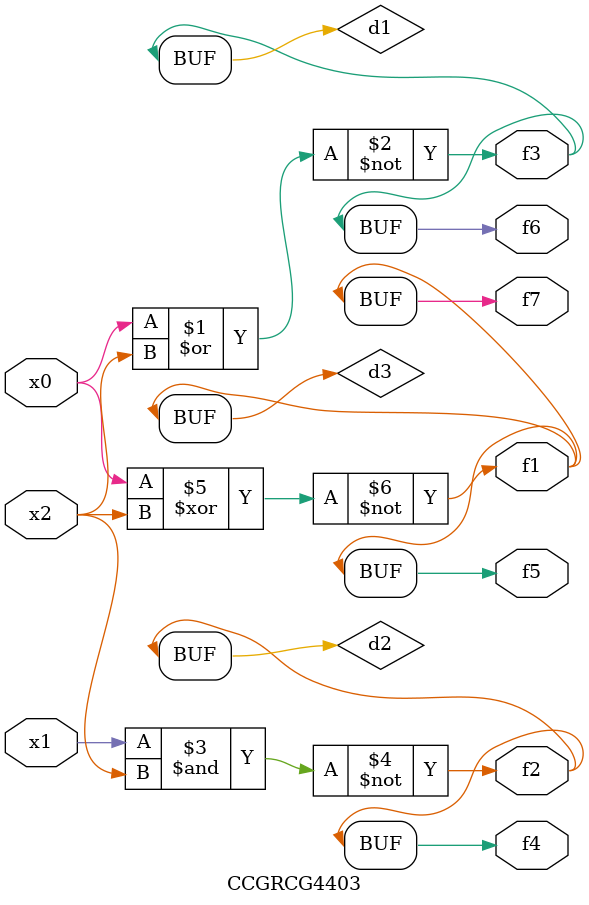
<source format=v>
module CCGRCG4403(
	input x0, x1, x2,
	output f1, f2, f3, f4, f5, f6, f7
);

	wire d1, d2, d3;

	nor (d1, x0, x2);
	nand (d2, x1, x2);
	xnor (d3, x0, x2);
	assign f1 = d3;
	assign f2 = d2;
	assign f3 = d1;
	assign f4 = d2;
	assign f5 = d3;
	assign f6 = d1;
	assign f7 = d3;
endmodule

</source>
